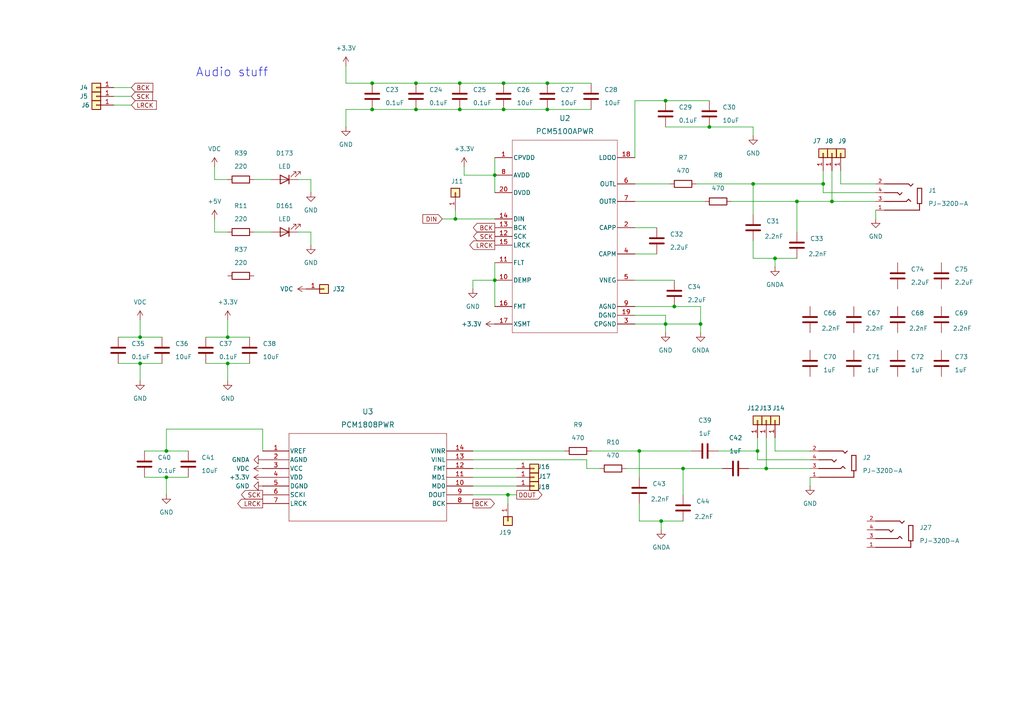
<source format=kicad_sch>
(kicad_sch (version 20231120) (generator "eeschema") (generator_version "8.0")
  (paper "A4")
  (lib_symbols
    (symbol "Connector_Generic:Conn_01x01" (pin_names (offset 1.016) hide)
      (property "Reference" "J" (at 0 2.54 0))
      (property "Value" "Conn_01x01" (at 0 -2.54 0))
      (symbol "Conn_01x01_1_1"
        (rectangle (start -1.27 0.127) (end 0 -0.127) (stroke (width 0.1524)))
        (rectangle (start -1.27 1.27) (end 1.27 -1.27) (stroke (width 0.254)) (fill (type background)))
        (pin passive line (at -5.08 0 0) (length 3.81) (name "Pin_1") (number "1"))
      )
    )
    (symbol "Device:C" (pin_numbers hide) (pin_names (offset 0.254))
      (property "Reference" "C" (at 0.635 2.54 0))
      (property "Value" "C" (at 0.635 -2.54 0))
      (symbol "C_0_1"
        (polyline (pts (xy -2.032 -0.762) (xy 2.032 -0.762)) (stroke (width 0.508)))
        (polyline (pts (xy -2.032 0.762) (xy 2.032 0.762)) (stroke (width 0.508)))
      )
      (symbol "C_1_1"
        (pin passive line (at 0 3.81 270) (length 2.794) (name "~") (number "1"))
        (pin passive line (at 0 -3.81 90) (length 2.794) (name "~") (number "2"))
      )
    )
    (symbol "Device:LED" (pin_numbers hide) (pin_names (offset 1.016) hide)
      (property "Reference" "D" (at 0 2.54 0))
      (property "Value" "LED" (at 0 -2.54 0))
      (symbol "LED_0_1"
        (polyline (pts (xy -1.27 -1.27) (xy -1.27 1.27)) (stroke (width 0.254)))
        (polyline (pts (xy -1.27 0) (xy 1.27 0)))
        (polyline (pts (xy 1.27 -1.27) (xy 1.27 1.27) (xy -1.27 0) (xy 1.27 -1.27)) (stroke (width 0.254)))
        (polyline (pts (xy -3.048 -0.762) (xy -4.572 -2.286) (xy -3.81 -2.286) (xy -4.572 -2.286) (xy -4.572 -1.524)))
        (polyline (pts (xy -1.778 -0.762) (xy -3.302 -2.286) (xy -2.54 -2.286) (xy -3.302 -2.286) (xy -3.302 -1.524)))
      )
      (symbol "LED_1_1"
        (pin passive line (at -3.81 0 0) (length 2.54) (name "K") (number "1"))
        (pin passive line (at 3.81 0 180) (length 2.54) (name "A") (number "2"))
      )
    )
    (symbol "Device:R" (pin_numbers hide) (pin_names (offset 0))
      (property "Reference" "R" (at 2.032 0 90))
      (property "Value" "R" (at 0 0 90))
      (symbol "R_0_1"
        (rectangle (start -1.016 -2.54) (end 1.016 2.54) (stroke (width 0.254)))
      )
      (symbol "R_1_1"
        (pin passive line (at 0 3.81 270) (length 1.27) (name "~") (number "1"))
        (pin passive line (at 0 -3.81 90) (length 1.27) (name "~") (number "2"))
      )
    )
    (symbol "PCM1808PWR:PCM1808PWR" (pin_names (offset 0.254))
      (property "Reference" "U" (at 30.48 10.16 0))
      (property "Value" "PCM1808PWR" (at 30.48 7.62 0))
      (symbol "PCM1808PWR_0_1"
        (polyline (pts (xy 7.62 -20.32) (xy 53.34 -20.32)) (stroke (width 0.127)))
        (polyline (pts (xy 7.62 5.08) (xy 7.62 -20.32)) (stroke (width 0.127)))
        (polyline (pts (xy 53.34 -20.32) (xy 53.34 5.08)) (stroke (width 0.127)))
        (polyline (pts (xy 53.34 5.08) (xy 7.62 5.08)) (stroke (width 0.127)))
        (pin power_in line (at 0 0 0) (length 7.62) (name "VREF") (number "1"))
        (pin input line (at 60.96 -10.16 180) (length 7.62) (name "MD0") (number "10"))
        (pin input line (at 60.96 -7.62 180) (length 7.62) (name "MD1") (number "11"))
        (pin input line (at 60.96 -5.08 180) (length 7.62) (name "FMT") (number "12"))
        (pin input line (at 60.96 -2.54 180) (length 7.62) (name "VINL") (number "13"))
        (pin input line (at 60.96 0 180) (length 7.62) (name "VINR") (number "14"))
        (pin power_in line (at 0 -2.54 0) (length 7.62) (name "AGND") (number "2"))
        (pin power_in line (at 0 -5.08 0) (length 7.62) (name "VCC") (number "3"))
        (pin power_in line (at 0 -7.62 0) (length 7.62) (name "VDD") (number "4"))
        (pin power_in line (at 0 -10.16 0) (length 7.62) (name "DGND") (number "5"))
        (pin input line (at 0 -12.7 0) (length 7.62) (name "SCKI") (number "6"))
        (pin bidirectional line (at 0 -15.24 0) (length 7.62) (name "LRCK") (number "7"))
        (pin bidirectional line (at 60.96 -15.24 180) (length 7.62) (name "BCK") (number "8"))
        (pin output line (at 60.96 -12.7 180) (length 7.62) (name "DOUT") (number "9"))
      )
    )
    (symbol "PCM5100APWR:PCM5100APWR" (pin_names (offset 0.254))
      (property "Reference" "U" (at 0 2.54 0))
      (property "Value" "PCM5100APWR" (at 0 0 0))
      (symbol "PCM5100APWR_0_1"
        (polyline (pts (xy -15.24 -27.94) (xy 15.24 -27.94)) (stroke (width 0.1016)))
        (polyline (pts (xy -15.24 27.94) (xy -15.24 -27.94)) (stroke (width 0.1016)))
        (polyline (pts (xy 15.24 -27.94) (xy 15.24 27.94)) (stroke (width 0.1016)))
        (polyline (pts (xy 15.24 27.94) (xy -15.24 27.94)) (stroke (width 0.1016)))
        (pin power_in line (at -20.32 22.86 0) (length 5.08) (name "CPVDD") (number "1"))
        (pin input line (at -20.32 -12.7 0) (length 5.08) (name "DEMP") (number "10"))
        (pin input line (at -20.32 -7.62 0) (length 5.08) (name "FLT") (number "11"))
        (pin input line (at -20.32 0 0) (length 5.08) (name "SCK") (number "12"))
        (pin input line (at -20.32 2.54 0) (length 5.08) (name "BCK") (number "13"))
        (pin input line (at -20.32 5.08 0) (length 5.08) (name "DIN") (number "14"))
        (pin input line (at -20.32 -2.54 0) (length 5.08) (name "LRCK") (number "15"))
        (pin input line (at -20.32 -20.32 0) (length 5.08) (name "FMT") (number "16"))
        (pin input line (at -20.32 -25.4 0) (length 5.08) (name "XSMT") (number "17"))
        (pin power_in line (at 20.32 22.86 180) (length 5.08) (name "LDOO") (number "18"))
        (pin power_in line (at 20.32 -22.86 180) (length 5.08) (name "DGND") (number "19"))
        (pin output line (at 20.32 2.54 180) (length 5.08) (name "CAPP") (number "2"))
        (pin power_in line (at -20.32 12.7 0) (length 5.08) (name "DVDD") (number "20"))
        (pin power_in line (at 20.32 -25.4 180) (length 5.08) (name "CPGND") (number "3"))
        (pin output line (at 20.32 -5.08 180) (length 5.08) (name "CAPM") (number "4"))
        (pin power_in line (at 20.32 -12.7 180) (length 5.08) (name "VNEG") (number "5"))
        (pin output line (at 20.32 15.24 180) (length 5.08) (name "OUTL") (number "6"))
        (pin output line (at 20.32 10.16 180) (length 5.08) (name "OUTR") (number "7"))
        (pin power_in line (at -20.32 17.78 0) (length 5.08) (name "AVDD") (number "8"))
        (pin power_in line (at 20.32 -20.32 180) (length 5.08) (name "AGND") (number "9"))
      )
    )
    (symbol "PJ-320D-A:PJ-320D-A" (pin_names (offset 1.016))
      (property "Reference" "J" (at -5.08 2.54 0))
      (property "Value" "PJ-320D-A" (at -5.08 -10.16 0))
      (symbol "PJ-320D-A_0_0"
        (polyline (pts (xy -5.715 -6.35) (xy -5.715 -1.905)) (stroke (width 0.254)))
        (polyline (pts (xy -5.715 -1.905) (xy -5.08 -1.905)) (stroke (width 0.254)))
        (polyline (pts (xy -5.08 -1.905) (xy -4.445 -1.905)) (stroke (width 0.254)))
        (polyline (pts (xy -5.08 0) (xy -5.08 -1.905)) (stroke (width 0.254)))
        (polyline (pts (xy -4.445 -6.35) (xy -5.715 -6.35)) (stroke (width 0.254)))
        (polyline (pts (xy -4.445 -1.905) (xy -4.445 -6.35)) (stroke (width 0.254)))
        (polyline (pts (xy -2.54 -6.985) (xy -3.175 -7.62)) (stroke (width 0.254)))
        (polyline (pts (xy -1.905 -7.62) (xy -2.54 -6.985)) (stroke (width 0.254)))
        (polyline (pts (xy -1.905 -3.175) (xy -2.54 -2.54)) (stroke (width 0.254)))
        (polyline (pts (xy -1.27 -2.54) (xy -1.905 -3.175)) (stroke (width 0.254)))
        (polyline (pts (xy 0.635 -4.445) (xy 0 -5.08)) (stroke (width 0.254)))
        (polyline (pts (xy 1.27 -5.08) (xy 0.635 -4.445)) (stroke (width 0.254)))
        (polyline (pts (xy 5.08 -7.62) (xy -1.905 -7.62)) (stroke (width 0.254)))
        (polyline (pts (xy 5.08 -5.08) (xy 1.27 -5.08)) (stroke (width 0.254)))
        (polyline (pts (xy 5.08 -2.54) (xy -1.27 -2.54)) (stroke (width 0.254)))
        (polyline (pts (xy 5.08 0) (xy -5.08 0)) (stroke (width 0.254)))
        (pin passive line (at 7.62 0 180) (length 2.54) (name "~") (number "1"))
        (pin passive line (at 7.62 -2.54 180) (length 2.54) (name "~") (number "3"))
      )
      (symbol "PJ-320D-A_1_0"
        (pin passive line (at 7.62 -7.62 180) (length 2.54) (name "~") (number "2"))
        (pin passive line (at 7.62 -5.08 180) (length 2.54) (name "~") (number "4"))
      )
    )
    (symbol "power:+3.3V" (power) (pin_numbers hide) (pin_names (offset 0) hide)
      (property "Value" "+3.3V" (at 0 3.556 0))
      (symbol "+3.3V_0_1"
        (polyline (pts (xy -0.762 1.27) (xy 0 2.54)))
        (polyline (pts (xy 0 0) (xy 0 2.54)))
        (polyline (pts (xy 0 2.54) (xy 0.762 1.27)))
      )
      (symbol "+3.3V_1_1"
        (pin power_in line (at 0 0 90) (length 0) (name "~") (number "1"))
      )
    )
    (symbol "power:+5V" (power) (pin_numbers hide) (pin_names (offset 0) hide)
      (property "Value" "+5V" (at 0 3.556 0))
      (symbol "+5V_0_1"
        (polyline (pts (xy -0.762 1.27) (xy 0 2.54)))
        (polyline (pts (xy 0 0) (xy 0 2.54)))
        (polyline (pts (xy 0 2.54) (xy 0.762 1.27)))
      )
      (symbol "+5V_1_1"
        (pin power_in line (at 0 0 90) (length 0) (name "~") (number "1"))
      )
    )
    (symbol "power:GND" (power) (pin_numbers hide) (pin_names (offset 0) hide)
      (property "Value" "GND" (at 0 -3.81 0))
      (symbol "GND_0_1"
        (polyline (pts (xy 0 0) (xy 0 -1.27) (xy 1.27 -1.27) (xy 0 -2.54) (xy -1.27 -1.27) (xy 0 -1.27)))
      )
      (symbol "GND_1_1"
        (pin power_in line (at 0 0 270) (length 0) (name "~") (number "1"))
      )
    )
    (symbol "power:GNDA" (power) (pin_numbers hide) (pin_names (offset 0) hide)
      (property "Value" "GNDA" (at 0 -3.81 0))
      (symbol "GNDA_0_1"
        (polyline (pts (xy 0 0) (xy 0 -1.27) (xy 1.27 -1.27) (xy 0 -2.54) (xy -1.27 -1.27) (xy 0 -1.27)))
      )
      (symbol "GNDA_1_1"
        (pin power_in line (at 0 0 270) (length 0) (name "~") (number "1"))
      )
    )
    (symbol "power:VDC" (power) (pin_numbers hide) (pin_names (offset 0) hide)
      (property "Value" "VDC" (at 0 3.556 0))
      (symbol "VDC_0_1"
        (polyline (pts (xy -0.762 1.27) (xy 0 2.54)))
        (polyline (pts (xy 0 0) (xy 0 2.54)))
        (polyline (pts (xy 0 2.54) (xy 0.762 1.27)))
      )
      (symbol "VDC_1_1"
        (pin power_in line (at 0 0 90) (length 0) (name "~") (number "1"))
      )
    )
  )
  (junction (at 158.75 31.75))
  (junction (at 193.04 29.21))
  (junction (at 107.95 24.13))
  (junction (at 132.08 63.5))
  (junction (at 231.14 58.42))
  (junction (at 146.05 24.13))
  (junction (at 241.3 58.42))
  (junction (at 120.65 24.13))
  (junction (at 205.74 36.83))
  (junction (at 222.25 135.89))
  (junction (at 193.04 93.98))
  (junction (at 40.64 97.79))
  (junction (at 133.35 31.75))
  (junction (at 66.04 97.79))
  (junction (at 191.77 151.13))
  (junction (at 198.12 135.89))
  (junction (at 48.26 138.43))
  (junction (at 143.51 81.28))
  (junction (at 146.05 31.75))
  (junction (at 147.32 143.51))
  (junction (at 158.75 24.13))
  (junction (at 219.71 130.81))
  (junction (at 48.26 130.81))
  (junction (at 224.79 74.93))
  (junction (at 185.42 130.81))
  (junction (at 107.95 31.75))
  (junction (at 133.35 24.13))
  (junction (at 120.65 31.75))
  (junction (at 66.04 105.41))
  (junction (at 203.2 93.98))
  (junction (at 195.58 88.9))
  (junction (at 143.51 50.8))
  (junction (at 238.76 53.34))
  (junction (at 218.44 53.34))
  (junction (at 40.64 105.41))
  (wire (pts (xy 128.27 63.5) (xy 132.08 63.5)))
  (wire (pts (xy 34.29 97.79) (xy 40.64 97.79)))
  (wire (pts (xy 133.35 24.13) (xy 146.05 24.13)))
  (wire (pts (xy 218.44 62.23) (xy 218.44 53.34)))
  (wire (pts (xy 66.04 92.71) (xy 66.04 97.79)))
  (wire (pts (xy 170.18 133.35) (xy 170.18 135.89)))
  (wire (pts (xy 66.04 97.79) (xy 72.39 97.79)))
  (wire (pts (xy 241.3 49.53) (xy 241.3 58.42)))
  (wire (pts (xy 48.26 130.81) (xy 54.61 130.81)))
  (wire (pts (xy 218.44 69.85) (xy 218.44 74.93)))
  (wire (pts (xy 137.16 140.97) (xy 149.86 140.97)))
  (wire (pts (xy 34.29 105.41) (xy 40.64 105.41)))
  (wire (pts (xy 218.44 53.34) (xy 238.76 53.34)))
  (wire (pts (xy 107.95 24.13) (xy 120.65 24.13)))
  (wire (pts (xy 217.17 135.89) (xy 222.25 135.89)))
  (wire (pts (xy 191.77 151.13) (xy 191.77 153.67)))
  (wire (pts (xy 133.35 31.75) (xy 146.05 31.75)))
  (wire (pts (xy 146.05 24.13) (xy 158.75 24.13)))
  (wire (pts (xy 137.16 133.35) (xy 170.18 133.35)))
  (wire (pts (xy 184.15 81.28) (xy 195.58 81.28)))
  (wire (pts (xy 137.16 138.43) (xy 149.86 138.43)))
  (wire (pts (xy 134.62 48.26) (xy 134.62 50.8)))
  (wire (pts (xy 137.16 130.81) (xy 163.83 130.81)))
  (wire (pts (xy 185.42 151.13) (xy 191.77 151.13)))
  (wire (pts (xy 66.04 105.41) (xy 66.04 110.49)))
  (wire (pts (xy 33.02 27.94) (xy 38.1 27.94)))
  (wire (pts (xy 146.05 31.75) (xy 158.75 31.75)))
  (wire (pts (xy 120.65 24.13) (xy 133.35 24.13)))
  (wire (pts (xy 181.61 135.89) (xy 198.12 135.89)))
  (wire (pts (xy 212.09 58.42) (xy 231.14 58.42)))
  (wire (pts (xy 184.15 73.66) (xy 190.5 73.66)))
  (wire (pts (xy 73.66 67.31) (xy 78.74 67.31)))
  (wire (pts (xy 40.64 92.71) (xy 40.64 97.79)))
  (wire (pts (xy 193.04 91.44) (xy 193.04 93.98)))
  (wire (pts (xy 243.84 53.34) (xy 243.84 49.53)))
  (wire (pts (xy 222.25 135.89) (xy 234.95 135.89)))
  (wire (pts (xy 184.15 66.04) (xy 190.5 66.04)))
  (wire (pts (xy 234.95 130.81) (xy 224.79 130.81)))
  (wire (pts (xy 224.79 130.81) (xy 224.79 127)))
  (wire (pts (xy 224.79 74.93) (xy 231.14 74.93)))
  (wire (pts (xy 100.33 31.75) (xy 107.95 31.75)))
  (wire (pts (xy 137.16 81.28) (xy 137.16 83.82)))
  (wire (pts (xy 224.79 74.93) (xy 224.79 77.47)))
  (wire (pts (xy 147.32 143.51) (xy 137.16 143.51)))
  (wire (pts (xy 184.15 29.21) (xy 193.04 29.21)))
  (wire (pts (xy 59.69 105.41) (xy 66.04 105.41)))
  (wire (pts (xy 40.64 97.79) (xy 46.99 97.79)))
  (wire (pts (xy 193.04 93.98) (xy 203.2 93.98)))
  (wire (pts (xy 184.15 45.72) (xy 184.15 29.21)))
  (wire (pts (xy 48.26 124.46) (xy 48.26 130.81)))
  (wire (pts (xy 149.86 143.51) (xy 147.32 143.51)))
  (wire (pts (xy 40.64 105.41) (xy 40.64 110.49)))
  (wire (pts (xy 48.26 138.43) (xy 54.61 138.43)))
  (wire (pts (xy 222.25 127) (xy 222.25 135.89)))
  (wire (pts (xy 184.15 58.42) (xy 204.47 58.42)))
  (wire (pts (xy 143.51 45.72) (xy 143.51 50.8)))
  (wire (pts (xy 100.33 24.13) (xy 107.95 24.13)))
  (wire (pts (xy 143.51 88.9) (xy 143.51 81.28)))
  (wire (pts (xy 231.14 58.42) (xy 241.3 58.42)))
  (wire (pts (xy 184.15 88.9) (xy 195.58 88.9)))
  (wire (pts (xy 254 53.34) (xy 243.84 53.34)))
  (wire (pts (xy 107.95 31.75) (xy 120.65 31.75)))
  (wire (pts (xy 86.36 52.07) (xy 90.17 52.07)))
  (wire (pts (xy 66.04 105.41) (xy 72.39 105.41)))
  (wire (pts (xy 90.17 67.31) (xy 90.17 71.12)))
  (wire (pts (xy 171.45 130.81) (xy 185.42 130.81)))
  (wire (pts (xy 191.77 151.13) (xy 198.12 151.13)))
  (wire (pts (xy 62.23 67.31) (xy 66.04 67.31)))
  (wire (pts (xy 193.04 93.98) (xy 193.04 96.52)))
  (wire (pts (xy 234.95 140.97) (xy 234.95 138.43)))
  (wire (pts (xy 201.93 53.34) (xy 218.44 53.34)))
  (wire (pts (xy 132.08 63.5) (xy 143.51 63.5)))
  (wire (pts (xy 137.16 81.28) (xy 143.51 81.28)))
  (wire (pts (xy 158.75 31.75) (xy 171.45 31.75)))
  (wire (pts (xy 219.71 133.35) (xy 219.71 130.81)))
  (wire (pts (xy 62.23 48.26) (xy 62.23 52.07)))
  (wire (pts (xy 137.16 135.89) (xy 149.86 135.89)))
  (wire (pts (xy 143.51 50.8) (xy 143.51 55.88)))
  (wire (pts (xy 218.44 36.83) (xy 218.44 39.37)))
  (wire (pts (xy 198.12 135.89) (xy 209.55 135.89)))
  (wire (pts (xy 238.76 49.53) (xy 238.76 53.34)))
  (wire (pts (xy 195.58 88.9) (xy 203.2 88.9)))
  (wire (pts (xy 238.76 53.34) (xy 238.76 55.88)))
  (wire (pts (xy 185.42 146.05) (xy 185.42 151.13)))
  (wire (pts (xy 100.33 31.75) (xy 100.33 36.83)))
  (wire (pts (xy 185.42 138.43) (xy 185.42 130.81)))
  (wire (pts (xy 231.14 67.31) (xy 231.14 58.42)))
  (wire (pts (xy 33.02 25.4) (xy 38.1 25.4)))
  (wire (pts (xy 185.42 130.81) (xy 200.66 130.81)))
  (wire (pts (xy 158.75 24.13) (xy 171.45 24.13)))
  (wire (pts (xy 193.04 29.21) (xy 205.74 29.21)))
  (wire (pts (xy 219.71 127) (xy 219.71 130.81)))
  (wire (pts (xy 208.28 130.81) (xy 219.71 130.81)))
  (wire (pts (xy 86.36 67.31) (xy 90.17 67.31)))
  (wire (pts (xy 62.23 63.5) (xy 62.23 67.31)))
  (wire (pts (xy 238.76 55.88) (xy 254 55.88)))
  (wire (pts (xy 147.32 143.51) (xy 147.32 146.05)))
  (wire (pts (xy 193.04 36.83) (xy 205.74 36.83)))
  (wire (pts (xy 198.12 143.51) (xy 198.12 135.89)))
  (wire (pts (xy 90.17 52.07) (xy 90.17 55.88)))
  (wire (pts (xy 33.02 30.48) (xy 38.1 30.48)))
  (wire (pts (xy 170.18 135.89) (xy 173.99 135.89)))
  (wire (pts (xy 48.26 124.46) (xy 76.2 124.46)))
  (wire (pts (xy 143.51 81.28) (xy 143.51 76.2)))
  (wire (pts (xy 120.65 31.75) (xy 133.35 31.75)))
  (wire (pts (xy 241.3 58.42) (xy 254 58.42)))
  (wire (pts (xy 73.66 52.07) (xy 78.74 52.07)))
  (wire (pts (xy 100.33 19.05) (xy 100.33 24.13)))
  (wire (pts (xy 48.26 138.43) (xy 48.26 143.51)))
  (wire (pts (xy 41.91 130.81) (xy 48.26 130.81)))
  (wire (pts (xy 134.62 50.8) (xy 143.51 50.8)))
  (wire (pts (xy 184.15 93.98) (xy 193.04 93.98)))
  (wire (pts (xy 203.2 88.9) (xy 203.2 93.98)))
  (wire (pts (xy 205.74 36.83) (xy 218.44 36.83)))
  (wire (pts (xy 254 63.5) (xy 254 60.96)))
  (wire (pts (xy 62.23 52.07) (xy 66.04 52.07)))
  (wire (pts (xy 203.2 93.98) (xy 203.2 96.52)))
  (wire (pts (xy 184.15 53.34) (xy 194.31 53.34)))
  (wire (pts (xy 59.69 97.79) (xy 66.04 97.79)))
  (wire (pts (xy 234.95 133.35) (xy 219.71 133.35)))
  (wire (pts (xy 41.91 138.43) (xy 48.26 138.43)))
  (wire (pts (xy 132.08 60.96) (xy 132.08 63.5)))
  (wire (pts (xy 224.79 74.93) (xy 218.44 74.93)))
  (wire (pts (xy 76.2 124.46) (xy 76.2 130.81)))
  (wire (pts (xy 193.04 91.44) (xy 184.15 91.44)))
  (wire (pts (xy 40.64 105.41) (xy 46.99 105.41)))
  (text "Audio stuff" (at 67.31 21.082 0) (effects (font (size 2.54 2.54))))
  (global_label "DIN" (shape input) (at 128.27 63.5 180) (property "Intersheetrefs" "${INTERSHEET_REFS}" (effects (hide yes))))
  (global_label "SCK" (shape output) (at 76.2 143.51 180) (property "Intersheetrefs" "${INTERSHEET_REFS}" (effects (hide yes))))
  (global_label "BCK" (shape input) (at 38.1 25.4 0) (property "Intersheetrefs" "${INTERSHEET_REFS}" (effects (hide yes))))
  (global_label "DOUT" (shape output) (at 149.86 143.51 0) (property "Intersheetrefs" "${INTERSHEET_REFS}" (effects (hide yes))))
  (global_label "LRCK" (shape output) (at 76.2 146.05 180) (property "Intersheetrefs" "${INTERSHEET_REFS}" (effects (hide yes))))
  (global_label "LRCK" (shape input) (at 38.1 30.48 0) (property "Intersheetrefs" "${INTERSHEET_REFS}" (effects (hide yes))))
  (global_label "SCK" (shape input) (at 38.1 27.94 0) (property "Intersheetrefs" "${INTERSHEET_REFS}" (effects (hide yes))))
  (global_label "LRCK" (shape output) (at 143.51 71.12 180) (property "Intersheetrefs" "${INTERSHEET_REFS}" (effects (hide yes))))
  (global_label "BCK" (shape output) (at 137.16 146.05 0) (property "Intersheetrefs" "${INTERSHEET_REFS}" (effects (hide yes))))
  (global_label "BCK" (shape output) (at 143.51 66.04 180) (property "Intersheetrefs" "${INTERSHEET_REFS}" (effects (hide yes))))
  (global_label "SCK" (shape output) (at 143.51 68.58 180) (property "Intersheetrefs" "${INTERSHEET_REFS}" (effects (hide yes))))
  (symbol (lib_id "power:+3.3V") (at 143.51 93.98 90) (unit 1)
    (property "Reference" "#PWR349" (effects (hide yes)))
    (property "Value" "+3.3V" (at 139.7 93.98 90) (effects (justify left)))
    (property "Description" "Power symbol creates a global label with name \"+3.3V\"" (effects (hide yes)))
  )
  (symbol (lib_id "Device:C") (at 234.95 92.71 0) (unit 1)
    (property "Reference" "C66" (at 238.76 90.805 0) (effects (justify left)))
    (property "Value" "2.2nF" (at 238.252 95.25 0) (effects (justify left)))
    (property "Footprint" "Capacitor_SMD:C_0603_1608Metric_Pad1.08x0.95mm_HandSolder" (effects (hide yes)))
    (property "Description" "Unpolarized capacitor" (effects (hide yes)))
    (property "LCSC Part #" "C1604" (effects (hide yes)))
  )
  (symbol (lib_id "power:GND") (at 234.95 140.97 0) (unit 1)
    (property "Reference" "#PWR358" (effects (hide yes)))
    (property "Value" "GND" (at 234.95 146.05 0))
    (property "Description" "Power symbol creates a global label with name \"GND\" , ground" (effects (hide yes)))
  )
  (symbol (lib_id "Device:R") (at 69.85 52.07 90) (unit 1)
    (property "Reference" "R39" (at 69.85 44.45 90))
    (property "Value" "220" (at 69.85 48.26 90))
    (property "Footprint" "Resistor_SMD:R_0402_1005Metric_Pad0.72x0.64mm_HandSolder" (effects (hide yes)))
    (property "Description" "Resistor" (effects (hide yes)))
    (property "LCSC Part #" "C25091" (effects (hide yes)))
  )
  (symbol (lib_id "Device:C") (at 34.29 101.6 0) (unit 1)
    (property "Reference" "C35" (at 38.1 99.695 0) (effects (justify left)))
    (property "Value" "0.1uF" (at 38.1 103.505 0) (effects (justify left)))
    (property "Footprint" "Capacitor_SMD:C_0402_1005Metric_Pad0.74x0.62mm_HandSolder" (effects (hide yes)))
    (property "Description" "Unpolarized capacitor" (effects (hide yes)))
    (property "LCSC Part #" "C1525" (effects (hide yes)))
  )
  (symbol (lib_id "Connector_Generic:Conn_01x01") (at 154.94 140.97 0) (unit 1)
    (property "Reference" "J18" (at 159.512 141.224 0) (effects (justify right)))
    (property "Value" "Conn_01x01" (effects (hide yes)))
    (property "Footprint" "TestPoint:TestPoint_Pad_D2.5mm" (effects (hide yes)))
    (property "Description" "Generic connector, single row, 01x01, script generated (kicad-library-utils/schlib/autogen/connector/)" (effects (hide yes)))
  )
  (symbol (lib_id "Connector_Generic:Conn_01x01") (at 243.84 44.45 90) (unit 1)
    (property "Reference" "J9" (at 243.078 40.894 90) (effects (justify right)))
    (property "Value" "Conn_01x01" (effects (hide yes)))
    (property "Footprint" "TestPoint:TestPoint_Pad_D2.5mm" (effects (hide yes)))
    (property "Description" "Generic connector, single row, 01x01, script generated (kicad-library-utils/schlib/autogen/connector/)" (effects (hide yes)))
  )
  (symbol (lib_id "power:GND") (at 90.17 71.12 0) (unit 1)
    (property "Reference" "#PWR337" (effects (hide yes)))
    (property "Value" "GND" (at 90.17 76.2 0))
    (property "Description" "Power symbol creates a global label with name \"GND\" , ground" (effects (hide yes)))
  )
  (symbol (lib_id "Connector_Generic:Conn_01x01") (at 147.32 151.13 270) (unit 1)
    (property "Reference" "J19" (at 148.336 154.432 90) (effects (justify right)))
    (property "Value" "Conn_01x01" (effects (hide yes)))
    (property "Footprint" "TestPoint:TestPoint_Pad_D2.5mm" (effects (hide yes)))
    (property "Description" "Generic connector, single row, 01x01, script generated (kicad-library-utils/schlib/autogen/connector/)" (effects (hide yes)))
  )
  (symbol (lib_id "Device:C") (at 41.91 134.62 0) (unit 1)
    (property "Reference" "C40" (at 45.72 132.715 0) (effects (justify left)))
    (property "Value" "0.1uF" (at 45.72 136.525 0) (effects (justify left)))
    (property "Footprint" "Capacitor_SMD:C_0402_1005Metric_Pad0.74x0.62mm_HandSolder" (effects (hide yes)))
    (property "Description" "Unpolarized capacitor" (effects (hide yes)))
    (property "LCSC Part #" "C1525" (effects (hide yes)))
  )
  (symbol (lib_id "power:+5V") (at 62.23 63.5 0) (unit 1)
    (property "Reference" "#PWR335" (effects (hide yes)))
    (property "Value" "+5V" (at 62.23 58.42 0))
    (property "Description" "Power symbol creates a global label with name \"+5V\"" (effects (hide yes)))
  )
  (symbol (lib_id "Device:C") (at 260.35 105.41 180) (unit 1)
    (property "Reference" "C72" (at 264.16 103.505 0) (effects (justify right)))
    (property "Value" "1uF" (at 264.16 107.315 0) (effects (justify right)))
    (property "Footprint" "Capacitor_SMD:C_0805_2012Metric_Pad1.18x1.45mm_HandSolder" (effects (hide yes)))
    (property "Description" "Unpolarized capacitor" (effects (hide yes)))
    (property "LCSC Part #" "C28323" (effects (hide yes)))
  )
  (symbol (lib_id "power:GND") (at 90.17 55.88 0) (unit 1)
    (property "Reference" "#PWR385" (effects (hide yes)))
    (property "Value" "GND" (at 90.17 60.96 0))
    (property "Description" "Power symbol creates a global label with name \"GND\" , ground" (effects (hide yes)))
  )
  (symbol (lib_id "power:GND") (at 48.26 143.51 0) (unit 1)
    (property "Reference" "#PWR359" (effects (hide yes)))
    (property "Value" "GND" (at 48.26 148.59 0))
    (property "Description" "Power symbol creates a global label with name \"GND\" , ground" (effects (hide yes)))
  )
  (symbol (lib_id "Device:C") (at 59.69 101.6 0) (unit 1)
    (property "Reference" "C37" (at 63.5 99.695 0) (effects (justify left)))
    (property "Value" "0.1uF" (at 63.5 103.505 0) (effects (justify left)))
    (property "Footprint" "Capacitor_SMD:C_0402_1005Metric_Pad0.74x0.62mm_HandSolder" (effects (hide yes)))
    (property "Description" "Unpolarized capacitor" (effects (hide yes)))
    (property "LCSC Part #" "C1525" (effects (hide yes)))
  )
  (symbol (lib_id "Connector_Generic:Conn_01x01") (at 93.98 83.82 0) (unit 1)
    (property "Reference" "J32" (at 100.076 83.82 0) (effects (justify right)))
    (property "Value" "Conn_01x01" (effects (hide yes)))
    (property "Footprint" "TestPoint:TestPoint_Pad_D2.5mm" (effects (hide yes)))
    (property "Description" "Generic connector, single row, 01x01, script generated (kicad-library-utils/schlib/autogen/connector/)" (effects (hide yes)))
  )
  (symbol (lib_id "power:GNDA") (at 224.79 77.47 0) (unit 1)
    (property "Reference" "#PWR338" (effects (hide yes)))
    (property "Value" "GNDA" (at 224.79 82.55 0))
    (property "Description" "Power symbol creates a global label with name \"GNDA\" , analog ground" (effects (hide yes)))
  )
  (symbol (lib_id "power:GND") (at 76.2 140.97 270) (unit 1)
    (property "Reference" "#PWR357" (effects (hide yes)))
    (property "Value" "GND" (at 72.39 140.97 90) (effects (justify right)))
    (property "Description" "Power symbol creates a global label with name \"GND\" , ground" (effects (hide yes)))
  )
  (symbol (lib_id "Connector_Generic:Conn_01x01") (at 222.25 121.92 90) (unit 1)
    (property "Reference" "J13" (at 220.218 118.364 90) (effects (justify right)))
    (property "Value" "Conn_01x01" (effects (hide yes)))
    (property "Footprint" "TestPoint:TestPoint_Pad_D2.5mm" (effects (hide yes)))
    (property "Description" "Generic connector, single row, 01x01, script generated (kicad-library-utils/schlib/autogen/connector/)" (effects (hide yes)))
  )
  (symbol (lib_id "power:GND") (at 218.44 39.37 0) (unit 1)
    (property "Reference" "#PWR333" (effects (hide yes)))
    (property "Value" "GND" (at 218.44 44.45 0))
    (property "Description" "Power symbol creates a global label with name \"GND\" , ground" (effects (hide yes)))
  )
  (symbol (lib_id "Device:C") (at 273.05 105.41 180) (unit 1)
    (property "Reference" "C73" (at 276.86 103.505 0) (effects (justify right)))
    (property "Value" "1uF" (at 276.86 107.315 0) (effects (justify right)))
    (property "Footprint" "Capacitor_SMD:C_0805_2012Metric_Pad1.18x1.45mm_HandSolder" (effects (hide yes)))
    (property "Description" "Unpolarized capacitor" (effects (hide yes)))
    (property "LCSC Part #" "C28323" (effects (hide yes)))
  )
  (symbol (lib_id "Device:R") (at 69.85 80.01 90) (unit 1)
    (property "Reference" "R37" (at 69.85 72.39 90))
    (property "Value" "220" (at 69.85 76.2 90))
    (property "Footprint" "Resistor_SMD:R_0402_1005Metric_Pad0.72x0.64mm_HandSolder" (effects (hide yes)))
    (property "Description" "Resistor" (effects (hide yes)))
    (property "LCSC Part #" "C25091" (effects (hide yes)))
  )
  (symbol (lib_id "Connector_Generic:Conn_01x01") (at 241.3 44.45 90) (unit 1)
    (property "Reference" "J8" (at 239.268 40.894 90) (effects (justify right)))
    (property "Value" "Conn_01x01" (effects (hide yes)))
    (property "Footprint" "TestPoint:TestPoint_Pad_D2.5mm" (effects (hide yes)))
    (property "Description" "Generic connector, single row, 01x01, script generated (kicad-library-utils/schlib/autogen/connector/)" (effects (hide yes)))
  )
  (symbol (lib_id "power:GND") (at 100.33 36.83 0) (unit 1)
    (property "Reference" "#PWR331" (effects (hide yes)))
    (property "Value" "GND" (at 100.33 41.91 0))
    (property "Description" "Power symbol creates a global label with name \"GND\" , ground" (effects (hide yes)))
  )
  (symbol (lib_id "Device:C") (at 260.35 92.71 0) (unit 1)
    (property "Reference" "C68" (at 264.16 90.805 0) (effects (justify left)))
    (property "Value" "2.2nF" (at 263.652 95.25 0) (effects (justify left)))
    (property "Footprint" "Capacitor_SMD:C_0603_1608Metric_Pad1.08x0.95mm_HandSolder" (effects (hide yes)))
    (property "Description" "Unpolarized capacitor" (effects (hide yes)))
    (property "LCSC Part #" "C1604" (effects (hide yes)))
  )
  (symbol (lib_id "Device:C") (at 146.05 27.94 0) (unit 1)
    (property "Reference" "C26" (at 149.86 26.035 0) (effects (justify left)))
    (property "Value" "10uF" (at 149.86 29.845 0) (effects (justify left)))
    (property "Footprint" "Capacitor_SMD:C_0603_1608Metric_Pad1.08x0.95mm_HandSolder" (effects (hide yes)))
    (property "Description" "Unpolarized capacitor" (effects (hide yes)))
    (property "LCSC Part #" "C19702" (effects (hide yes)))
  )
  (symbol (lib_id "power:+3.3V") (at 100.33 19.05 0) (unit 1)
    (property "Reference" "#PWR330" (effects (hide yes)))
    (property "Value" "+3.3V" (at 100.33 13.97 0))
    (property "Description" "Power symbol creates a global label with name \"+3.3V\"" (effects (hide yes)))
  )
  (symbol (lib_id "power:GNDA") (at 191.77 153.67 0) (unit 1)
    (property "Reference" "#PWR360" (effects (hide yes)))
    (property "Value" "GNDA" (at 191.77 158.75 0))
    (property "Description" "Power symbol creates a global label with name \"GNDA\" , analog ground" (effects (hide yes)))
  )
  (symbol (lib_id "power:VDC") (at 76.2 135.89 90) (unit 1)
    (property "Reference" "#PWR355" (effects (hide yes)))
    (property "Value" "VDC" (at 72.39 135.89 90) (effects (justify left)))
    (property "Description" "Power symbol creates a global label with name \"VDC\"" (effects (hide yes)))
  )
  (symbol (lib_id "PJ-320D-A:PJ-320D-A") (at 242.57 138.43 180) (unit 1)
    (property "Reference" "J2" (at 250.19 132.715 0) (effects (justify right)))
    (property "Value" "PJ-320D-A" (at 250.19 136.525 0) (effects (justify right)))
    (property "Footprint" "PJ-320D-A:HRO_PJ-320D-A" (effects (hide yes)))
    (property "MF" "HRO Electronics Co., Ltd." (effects (hide yes)))
    (property "MAXIMUM_PACKAGE_HEIGHT" "5 mm" (effects (hide yes)))
    (property "Package" "Package" (effects (hide yes)))
    (property "Price" "None" (effects (hide yes)))
    (property "Check_prices" "https://www.snapeda.com/parts/PJ-320D-A/HRO+Electronics+Co.%252C+Ltd./view-part/?ref=eda" (effects (hide yes)))
    (property "STANDARD" "Manufacturer Recommendations" (effects (hide yes)))
    (property "PARTREV" "B" (effects (hide yes)))
    (property "SnapEDA_Link" "https://www.snapeda.com/parts/PJ-320D-A/HRO+Electronics+Co.%252C+Ltd./view-part/?ref=snap" (effects (hide yes)))
    (property "MP" "PJ-320D-A" (effects (hide yes)))
    (property "Description_1" "\n                        \n                            Headphone jack 0.5A 30V DC 100 mΩ\n                        \n" (effects (hide yes)))
    (property "Availability" "Not in stock" (effects (hide yes)))
    (property "MANUFACTURER" "HRO Electronics Co, Ltd" (effects (hide yes)))
    (property "LCSC Part #" "C19189088" (effects (hide yes)))
  )
  (symbol (lib_id "Connector_Generic:Conn_01x01") (at 132.08 55.88 90) (unit 1)
    (property "Reference" "J11" (at 130.81 52.578 90) (effects (justify right)))
    (property "Value" "Conn_01x01" (effects (hide yes)))
    (property "Footprint" "TestPoint:TestPoint_Pad_D2.5mm" (effects (hide yes)))
    (property "Description" "Generic connector, single row, 01x01, script generated (kicad-library-utils/schlib/autogen/connector/)" (effects (hide yes)))
  )
  (symbol (lib_id "power:GND") (at 40.64 110.49 0) (unit 1)
    (property "Reference" "#PWR352" (effects (hide yes)))
    (property "Value" "GND" (at 40.64 115.57 0))
    (property "Description" "Power symbol creates a global label with name \"GND\" , ground" (effects (hide yes)))
  )
  (symbol (lib_id "Device:C") (at 72.39 101.6 0) (unit 1)
    (property "Reference" "C38" (at 76.2 99.695 0) (effects (justify left)))
    (property "Value" "10uF" (at 76.2 103.505 0) (effects (justify left)))
    (property "Footprint" "Capacitor_SMD:C_0603_1608Metric_Pad1.08x0.95mm_HandSolder" (effects (hide yes)))
    (property "Description" "Unpolarized capacitor" (effects (hide yes)))
    (property "LCSC Part #" "C19702" (effects (hide yes)))
  )
  (symbol (lib_id "Device:C") (at 260.35 80.01 0) (unit 1)
    (property "Reference" "C74" (at 264.16 78.105 0) (effects (justify left)))
    (property "Value" "2.2uF" (at 264.16 81.915 0) (effects (justify left)))
    (property "Footprint" "Capacitor_SMD:C_0603_1608Metric_Pad1.08x0.95mm_HandSolder" (effects (hide yes)))
    (property "Description" "Unpolarized capacitor" (effects (hide yes)))
    (property "LCSC Part #" "C23630" (effects (hide yes)))
  )
  (symbol (lib_id "Connector_Generic:Conn_01x01") (at 154.94 138.43 0) (unit 1)
    (property "Reference" "J17" (at 159.766 138.176 0) (effects (justify right)))
    (property "Value" "Conn_01x01" (effects (hide yes)))
    (property "Footprint" "TestPoint:TestPoint_Pad_D2.5mm" (effects (hide yes)))
    (property "Description" "Generic connector, single row, 01x01, script generated (kicad-library-utils/schlib/autogen/connector/)" (effects (hide yes)))
  )
  (symbol (lib_id "power:VDC") (at 62.23 48.26 0) (unit 1)
    (property "Reference" "#PWR386" (effects (hide yes)))
    (property "Value" "VDC" (at 62.23 43.18 0))
    (property "Description" "Power symbol creates a global label with name \"VDC\"" (effects (hide yes)))
  )
  (symbol (lib_id "Device:C") (at 247.65 92.71 0) (unit 1)
    (property "Reference" "C67" (at 251.46 90.805 0) (effects (justify left)))
    (property "Value" "2.2nF" (at 250.952 95.25 0) (effects (justify left)))
    (property "Footprint" "Capacitor_SMD:C_0603_1608Metric_Pad1.08x0.95mm_HandSolder" (effects (hide yes)))
    (property "Description" "Unpolarized capacitor" (effects (hide yes)))
    (property "LCSC Part #" "C1604" (effects (hide yes)))
  )
  (symbol (lib_id "Device:LED") (at 82.55 52.07 180) (unit 1)
    (property "Reference" "D173" (at 82.55 44.45 0))
    (property "Value" "LED" (at 82.55 48.26 0))
    (property "Footprint" "LED_SMD:LED_0805_2012Metric_Pad1.15x1.40mm_HandSolder" (effects (hide yes)))
    (property "Description" "Light emitting diode" (effects (hide yes)))
    (property "LCSC Part #" "C2297" (effects (hide yes)))
  )
  (symbol (lib_id "power:VDC") (at 40.64 92.71 0) (unit 1)
    (property "Reference" "#PWR340" (effects (hide yes)))
    (property "Value" "VDC" (at 40.64 87.63 0))
    (property "Description" "Power symbol creates a global label with name \"VDC\"" (effects (hide yes)))
  )
  (symbol (lib_id "power:+3.3V") (at 134.62 48.26 0) (unit 1)
    (property "Reference" "#PWR334" (effects (hide yes)))
    (property "Value" "+3.3V" (at 134.62 43.18 0))
    (property "Description" "Power symbol creates a global label with name \"+3.3V\"" (effects (hide yes)))
  )
  (symbol (lib_id "PCM5100APWR:PCM5100APWR") (at 163.83 68.58 0) (unit 1)
    (property "Reference" "U2" (at 163.83 34.29 0) (effects (font (size 1.524 1.524))))
    (property "Value" "PCM5100APWR" (at 163.83 38.1 0) (effects (font (size 1.524 1.524))))
    (property "Footprint" "PCM5100APWR:PW0020A" (effects (hide yes)))
    (property "Datasheet" "PCM5100APWR" (effects (hide yes)))
    (property "LCSC Part #" "C131154" (effects (hide yes)))
  )
  (symbol (lib_id "Device:C") (at 158.75 27.94 0) (unit 1)
    (property "Reference" "C27" (at 162.56 26.035 0) (effects (justify left)))
    (property "Value" "10uF" (at 162.56 29.845 0) (effects (justify left)))
    (property "Footprint" "Capacitor_SMD:C_0603_1608Metric_Pad1.08x0.95mm_HandSolder" (effects (hide yes)))
    (property "Description" "Unpolarized capacitor" (effects (hide yes)))
    (property "LCSC Part #" "C19702" (effects (hide yes)))
  )
  (symbol (lib_id "Connector_Generic:Conn_01x01") (at 224.79 121.92 90) (unit 1)
    (property "Reference" "J14" (at 224.028 118.364 90) (effects (justify right)))
    (property "Value" "Conn_01x01" (effects (hide yes)))
    (property "Footprint" "TestPoint:TestPoint_Pad_D2.5mm" (effects (hide yes)))
    (property "Description" "Generic connector, single row, 01x01, script generated (kicad-library-utils/schlib/autogen/connector/)" (effects (hide yes)))
  )
  (symbol (lib_id "Device:C") (at 193.04 33.02 0) (unit 1)
    (property "Reference" "C29" (at 196.85 31.115 0) (effects (justify left)))
    (property "Value" "0.1uF" (at 196.85 34.925 0) (effects (justify left)))
    (property "Footprint" "Capacitor_SMD:C_0402_1005Metric_Pad0.74x0.62mm_HandSolder" (effects (hide yes)))
    (property "Description" "Unpolarized capacitor" (effects (hide yes)))
    (property "LCSC Part #" "C1525" (effects (hide yes)))
  )
  (symbol (lib_id "power:GNDA") (at 76.2 133.35 270) (unit 1)
    (property "Reference" "#PWR354" (effects (hide yes)))
    (property "Value" "GNDA" (at 72.39 133.35 90) (effects (justify right)))
    (property "Description" "Power symbol creates a global label with name \"GNDA\" , analog ground" (effects (hide yes)))
  )
  (symbol (lib_id "Connector_Generic:Conn_01x01") (at 238.76 44.45 90) (unit 1)
    (property "Reference" "J7" (at 235.712 40.894 90) (effects (justify right)))
    (property "Value" "Conn_01x01" (effects (hide yes)))
    (property "Footprint" "TestPoint:TestPoint_Pad_D2.5mm" (effects (hide yes)))
    (property "Description" "Generic connector, single row, 01x01, script generated (kicad-library-utils/schlib/autogen/connector/)" (effects (hide yes)))
  )
  (symbol (lib_id "Device:C") (at 171.45 27.94 0) (unit 1)
    (property "Reference" "C28" (at 175.26 26.035 0) (effects (justify left)))
    (property "Value" "10uF" (at 175.26 29.845 0) (effects (justify left)))
    (property "Footprint" "Capacitor_SMD:C_0603_1608Metric_Pad1.08x0.95mm_HandSolder" (effects (hide yes)))
    (property "Description" "Unpolarized capacitor" (effects (hide yes)))
    (property "LCSC Part #" "C19702" (effects (hide yes)))
  )
  (symbol (lib_id "Device:R") (at 69.85 67.31 90) (unit 1)
    (property "Reference" "R11" (at 69.85 59.69 90))
    (property "Value" "220" (at 69.85 63.5 90))
    (property "Footprint" "Resistor_SMD:R_0402_1005Metric_Pad0.72x0.64mm_HandSolder" (effects (hide yes)))
    (property "Description" "Resistor" (effects (hide yes)))
    (property "LCSC Part #" "C25091" (effects (hide yes)))
  )
  (symbol (lib_id "power:+3.3V") (at 76.2 138.43 90) (unit 1)
    (property "Reference" "#PWR356" (effects (hide yes)))
    (property "Value" "+3.3V" (at 72.39 138.43 90) (effects (justify left)))
    (property "Description" "Power symbol creates a global label with name \"+3.3V\"" (effects (hide yes)))
  )
  (symbol (lib_id "Device:R") (at 208.28 58.42 90) (unit 1)
    (property "Reference" "R8" (at 208.28 50.8 90))
    (property "Value" "470" (at 208.28 54.61 90))
    (property "Footprint" "Resistor_SMD:R_0402_1005Metric_Pad0.72x0.64mm_HandSolder" (effects (hide yes)))
    (property "Description" "Resistor" (effects (hide yes)))
    (property "LCSC Part #" "C25117" (effects (hide yes)))
  )
  (symbol (lib_id "Device:C") (at 190.5 69.85 0) (unit 1)
    (property "Reference" "C32" (at 194.31 67.945 0) (effects (justify left)))
    (property "Value" "2.2uF" (at 194.31 71.755 0) (effects (justify left)))
    (property "Footprint" "Capacitor_SMD:C_0603_1608Metric_Pad1.08x0.95mm_HandSolder" (effects (hide yes)))
    (property "Description" "Unpolarized capacitor" (effects (hide yes)))
    (property "LCSC Part #" "C23630" (effects (hide yes)))
  )
  (symbol (lib_id "PJ-320D-A:PJ-320D-A") (at 259.08 158.75 180) (unit 1)
    (property "Reference" "J27" (at 266.7 153.035 0) (effects (justify right)))
    (property "Value" "PJ-320D-A" (at 266.7 156.845 0) (effects (justify right)))
    (property "Footprint" "PJ-320D-A:HRO_PJ-320D-A" (effects (hide yes)))
    (property "MF" "HRO Electronics Co., Ltd." (effects (hide yes)))
    (property "MAXIMUM_PACKAGE_HEIGHT" "5 mm" (effects (hide yes)))
    (property "Package" "Package" (effects (hide yes)))
    (property "Price" "None" (effects (hide yes)))
    (property "Check_prices" "https://www.snapeda.com/parts/PJ-320D-A/HRO+Electronics+Co.%252C+Ltd./view-part/?ref=eda" (effects (hide yes)))
    (property "STANDARD" "Manufacturer Recommendations" (effects (hide yes)))
    (property "PARTREV" "B" (effects (hide yes)))
    (property "SnapEDA_Link" "https://www.snapeda.com/parts/PJ-320D-A/HRO+Electronics+Co.%252C+Ltd./view-part/?ref=snap" (effects (hide yes)))
    (property "MP" "PJ-320D-A" (effects (hide yes)))
    (property "Description_1" "\n                        \n                            Headphone jack 0.5A 30V DC 100 mΩ\n                        \n" (effects (hide yes)))
    (property "Availability" "Not in stock" (effects (hide yes)))
    (property "MANUFACTURER" "HRO Electronics Co, Ltd" (effects (hide yes)))
    (property "LCSC Part #" "C19189088" (effects (hide yes)))
  )
  (symbol (lib_id "Device:C") (at 120.65 27.94 0) (unit 1)
    (property "Reference" "C24" (at 124.46 26.035 0) (effects (justify left)))
    (property "Value" "0.1uF" (at 124.46 29.845 0) (effects (justify left)))
    (property "Footprint" "Capacitor_SMD:C_0402_1005Metric_Pad0.74x0.62mm_HandSolder" (effects (hide yes)))
    (property "Description" "Unpolarized capacitor" (effects (hide yes)))
    (property "LCSC Part #" "C1525" (effects (hide yes)))
  )
  (symbol (lib_id "Device:C") (at 204.47 130.81 90) (unit 1)
    (property "Reference" "C39" (at 204.47 121.92 90))
    (property "Value" "1uF" (at 204.47 125.73 90))
    (property "Footprint" "Capacitor_SMD:C_0805_2012Metric_Pad1.18x1.45mm_HandSolder" (effects (hide yes)))
    (property "Description" "Unpolarized capacitor" (effects (hide yes)))
    (property "LCSC Part #" "C28323" (effects (hide yes)))
  )
  (symbol (lib_id "Connector_Generic:Conn_01x01") (at 27.94 30.48 180) (unit 1)
    (property "Reference" "J6" (at 23.622 30.48 0) (effects (justify right)))
    (property "Value" "Conn_01x01" (effects (hide yes)))
    (property "Footprint" "TestPoint:TestPoint_Pad_D2.5mm" (effects (hide yes)))
    (property "Description" "Generic connector, single row, 01x01, script generated (kicad-library-utils/schlib/autogen/connector/)" (effects (hide yes)))
  )
  (symbol (lib_id "Connector_Generic:Conn_01x01") (at 27.94 27.94 180) (unit 1)
    (property "Reference" "J5" (at 23.114 27.94 0) (effects (justify right)))
    (property "Value" "Conn_01x01" (effects (hide yes)))
    (property "Footprint" "TestPoint:TestPoint_Pad_D2.5mm" (effects (hide yes)))
    (property "Description" "Generic connector, single row, 01x01, script generated (kicad-library-utils/schlib/autogen/connector/)" (effects (hide yes)))
  )
  (symbol (lib_id "Device:C") (at 195.58 85.09 0) (unit 1)
    (property "Reference" "C34" (at 199.39 83.185 0) (effects (justify left)))
    (property "Value" "2.2uF" (at 199.39 86.995 0) (effects (justify left)))
    (property "Footprint" "Capacitor_SMD:C_0603_1608Metric_Pad1.08x0.95mm_HandSolder" (effects (hide yes)))
    (property "Description" "Unpolarized capacitor" (effects (hide yes)))
    (property "LCSC Part #" "C23630" (effects (hide yes)))
  )
  (symbol (lib_id "Device:C") (at 185.42 142.24 0) (unit 1)
    (property "Reference" "C43" (at 189.23 140.335 0) (effects (justify left)))
    (property "Value" "2.2nF" (at 188.722 144.78 0) (effects (justify left)))
    (property "Footprint" "Capacitor_SMD:C_0603_1608Metric_Pad1.08x0.95mm_HandSolder" (effects (hide yes)))
    (property "Description" "Unpolarized capacitor" (effects (hide yes)))
    (property "LCSC Part #" "C1604" (effects (hide yes)))
  )
  (symbol (lib_id "Device:C") (at 107.95 27.94 0) (unit 1)
    (property "Reference" "C23" (at 111.76 26.035 0) (effects (justify left)))
    (property "Value" "0.1uF" (at 111.76 29.845 0) (effects (justify left)))
    (property "Footprint" "Capacitor_SMD:C_0402_1005Metric_Pad0.74x0.62mm_HandSolder" (effects (hide yes)))
    (property "Description" "Unpolarized capacitor" (effects (hide yes)))
    (property "LCSC Part #" "C1525" (effects (hide yes)))
  )
  (symbol (lib_id "power:GNDA") (at 203.2 96.52 0) (unit 1)
    (property "Reference" "#PWR351" (effects (hide yes)))
    (property "Value" "GNDA" (at 203.2 101.6 0))
    (property "Description" "Power symbol creates a global label with name \"GNDA\" , analog ground" (effects (hide yes)))
  )
  (symbol (lib_id "Device:C") (at 273.05 80.01 0) (unit 1)
    (property "Reference" "C75" (at 276.86 78.105 0) (effects (justify left)))
    (property "Value" "2.2uF" (at 276.86 81.915 0) (effects (justify left)))
    (property "Footprint" "Capacitor_SMD:C_0603_1608Metric_Pad1.08x0.95mm_HandSolder" (effects (hide yes)))
    (property "Description" "Unpolarized capacitor" (effects (hide yes)))
    (property "LCSC Part #" "C23630" (effects (hide yes)))
  )
  (symbol (lib_id "Device:C") (at 198.12 147.32 0) (unit 1)
    (property "Reference" "C44" (at 201.93 145.415 0) (effects (justify left)))
    (property "Value" "2.2nF" (at 201.422 149.86 0) (effects (justify left)))
    (property "Footprint" "Capacitor_SMD:C_0603_1608Metric_Pad1.08x0.95mm_HandSolder" (effects (hide yes)))
    (property "Description" "Unpolarized capacitor" (effects (hide yes)))
    (property "LCSC Part #" "C1604" (effects (hide yes)))
  )
  (symbol (lib_id "Device:R") (at 167.64 130.81 90) (unit 1)
    (property "Reference" "R9" (at 167.64 123.19 90))
    (property "Value" "470" (at 167.64 127 90))
    (property "Footprint" "Resistor_SMD:R_0402_1005Metric_Pad0.72x0.64mm_HandSolder" (effects (hide yes)))
    (property "Description" "Resistor" (effects (hide yes)))
    (property "LCSC Part #" "C25117" (effects (hide yes)))
  )
  (symbol (lib_id "Device:C") (at 234.95 105.41 180) (unit 1)
    (property "Reference" "C70" (at 238.76 103.505 0) (effects (justify right)))
    (property "Value" "1uF" (at 238.76 107.315 0) (effects (justify right)))
    (property "Footprint" "Capacitor_SMD:C_0805_2012Metric_Pad1.18x1.45mm_HandSolder" (effects (hide yes)))
    (property "Description" "Unpolarized capacitor" (effects (hide yes)))
    (property "LCSC Part #" "C28323" (effects (hide yes)))
  )
  (symbol (lib_id "Device:C") (at 231.14 71.12 0) (unit 1)
    (property "Reference" "C33" (at 234.95 69.215 0) (effects (justify left)))
    (property "Value" "2.2nF" (at 234.442 73.66 0) (effects (justify left)))
    (property "Footprint" "Capacitor_SMD:C_0603_1608Metric_Pad1.08x0.95mm_HandSolder" (effects (hide yes)))
    (property "Description" "Unpolarized capacitor" (effects (hide yes)))
    (property "LCSC Part #" "C1604" (effects (hide yes)))
  )
  (symbol (lib_id "Connector_Generic:Conn_01x01") (at 27.94 25.4 180) (unit 1)
    (property "Reference" "J4" (at 23.114 25.4 0) (effects (justify right)))
    (property "Value" "Conn_01x01" (effects (hide yes)))
    (property "Footprint" "TestPoint:TestPoint_Pad_D2.5mm" (effects (hide yes)))
    (property "Description" "Generic connector, single row, 01x01, script generated (kicad-library-utils/schlib/autogen/connector/)" (effects (hide yes)))
  )
  (symbol (lib_id "PCM1808PWR:PCM1808PWR") (at 76.2 130.81 0) (unit 1)
    (property "Reference" "U3" (at 106.68 119.38 0) (effects (font (size 1.524 1.524))))
    (property "Value" "PCM1808PWR" (at 106.68 123.19 0) (effects (font (size 1.524 1.524))))
    (property "Footprint" "PCM1808PWR:PW14" (effects (hide yes)))
    (property "Datasheet" "PCM1808PWR" (effects (hide yes)))
    (property "LCSC Part #" "C55513" (effects (hide yes)))
  )
  (symbol (lib_id "Device:C") (at 133.35 27.94 0) (unit 1)
    (property "Reference" "C25" (at 137.16 26.035 0) (effects (justify left)))
    (property "Value" "0.1uF" (at 137.16 29.845 0) (effects (justify left)))
    (property "Footprint" "Capacitor_SMD:C_0402_1005Metric_Pad0.74x0.62mm_HandSolder" (effects (hide yes)))
    (property "Description" "Unpolarized capacitor" (effects (hide yes)))
    (property "LCSC Part #" "C1525" (effects (hide yes)))
  )
  (symbol (lib_id "Device:C") (at 54.61 134.62 0) (unit 1)
    (property "Reference" "C41" (at 58.42 132.715 0) (effects (justify left)))
    (property "Value" "10uF" (at 58.42 136.525 0) (effects (justify left)))
    (property "Footprint" "Capacitor_SMD:C_0603_1608Metric_Pad1.08x0.95mm_HandSolder" (effects (hide yes)))
    (property "Description" "Unpolarized capacitor" (effects (hide yes)))
    (property "LCSC Part #" "C19702" (effects (hide yes)))
  )
  (symbol (lib_id "power:GND") (at 193.04 96.52 0) (unit 1)
    (property "Reference" "#PWR350" (effects (hide yes)))
    (property "Value" "GND" (at 193.04 101.6 0))
    (property "Description" "Power symbol creates a global label with name \"GND\" , ground" (effects (hide yes)))
  )
  (symbol (lib_id "power:VDC") (at 88.9 83.82 90) (unit 1)
    (property "Reference" "#PWR384" (effects (hide yes)))
    (property "Value" "VDC" (at 85.09 83.82 90) (effects (justify left)))
    (property "Description" "Power symbol creates a global label with name \"VDC\"" (effects (hide yes)))
  )
  (symbol (lib_id "Device:C") (at 247.65 105.41 180) (unit 1)
    (property "Reference" "C71" (at 251.46 103.505 0) (effects (justify right)))
    (property "Value" "1uF" (at 251.46 107.315 0) (effects (justify right)))
    (property "Footprint" "Capacitor_SMD:C_0805_2012Metric_Pad1.18x1.45mm_HandSolder" (effects (hide yes)))
    (property "Description" "Unpolarized capacitor" (effects (hide yes)))
    (property "LCSC Part #" "C28323" (effects (hide yes)))
  )
  (symbol (lib_id "Device:LED") (at 82.55 67.31 180) (unit 1)
    (property "Reference" "D161" (at 82.55 59.69 0))
    (property "Value" "LED" (at 82.55 63.5 0))
    (property "Footprint" "LED_SMD:LED_0805_2012Metric_Pad1.15x1.40mm_HandSolder" (effects (hide yes)))
    (property "Description" "Light emitting diode" (effects (hide yes)))
    (property "LCSC Part #" "C2297" (effects (hide yes)))
  )
  (symbol (lib_id "Device:R") (at 198.12 53.34 90) (unit 1)
    (property "Reference" "R7" (at 198.12 45.72 90))
    (property "Value" "470" (at 198.12 49.53 90))
    (property "Footprint" "Resistor_SMD:R_0402_1005Metric_Pad0.72x0.64mm_HandSolder" (effects (hide yes)))
    (property "Description" "Resistor" (effects (hide yes)))
    (property "LCSC Part #" "C25117" (effects (hide yes)))
  )
  (symbol (lib_id "Connector_Generic:Conn_01x01") (at 154.94 135.89 0) (unit 1)
    (property "Reference" "J16" (at 159.512 135.382 0) (effects (justify right)))
    (property "Value" "Conn_01x01" (effects (hide yes)))
    (property "Footprint" "TestPoint:TestPoint_Pad_D2.5mm" (effects (hide yes)))
    (property "Description" "Generic connector, single row, 01x01, script generated (kicad-library-utils/schlib/autogen/connector/)" (effects (hide yes)))
  )
  (symbol (lib_id "power:GND") (at 66.04 110.49 0) (unit 1)
    (property "Reference" "#PWR353" (effects (hide yes)))
    (property "Value" "GND" (at 66.04 115.57 0))
    (property "Description" "Power symbol creates a global label with name \"GND\" , ground" (effects (hide yes)))
  )
  (symbol (lib_id "Device:C") (at 46.99 101.6 0) (unit 1)
    (property "Reference" "C36" (at 50.8 99.695 0) (effects (justify left)))
    (property "Value" "10uF" (at 50.8 103.505 0) (effects (justify left)))
    (property "Footprint" "Capacitor_SMD:C_0603_1608Metric_Pad1.08x0.95mm_HandSolder" (effects (hide yes)))
    (property "Description" "Unpolarized capacitor" (effects (hide yes)))
    (property "LCSC Part #" "C19702" (effects (hide yes)))
  )
  (symbol (lib_id "Device:R") (at 177.8 135.89 90) (unit 1)
    (property "Reference" "R10" (at 177.8 128.27 90))
    (property "Value" "470" (at 177.8 132.08 90))
    (property "Footprint" "Resistor_SMD:R_0402_1005Metric_Pad0.72x0.64mm_HandSolder" (effects (hide yes)))
    (property "Description" "Resistor" (effects (hide yes)))
    (property "LCSC Part #" "C25117" (effects (hide yes)))
  )
  (symbol (lib_id "Device:C") (at 273.05 92.71 0) (unit 1)
    (property "Reference" "C69" (at 276.86 90.805 0) (effects (justify left)))
    (property "Value" "2.2nF" (at 276.352 95.25 0) (effects (justify left)))
    (property "Footprint" "Capacitor_SMD:C_0603_1608Metric_Pad1.08x0.95mm_HandSolder" (effects (hide yes)))
    (property "Description" "Unpolarized capacitor" (effects (hide yes)))
    (property "LCSC Part #" "C1604" (effects (hide yes)))
  )
  (symbol (lib_id "power:GND") (at 137.16 83.82 0) (unit 1)
    (property "Reference" "#PWR339" (effects (hide yes)))
    (property "Value" "GND" (at 137.16 88.9 0))
    (property "Description" "Power symbol creates a global label with name \"GND\" , ground" (effects (hide yes)))
  )
  (symbol (lib_id "Device:C") (at 213.36 135.89 90) (unit 1)
    (property "Reference" "C42" (at 213.36 127 90))
    (property "Value" "1uF" (at 213.36 130.81 90))
    (property "Footprint" "Capacitor_SMD:C_0805_2012Metric_Pad1.18x1.45mm_HandSolder" (effects (hide yes)))
    (property "Description" "Unpolarized capacitor" (effects (hide yes)))
    (property "LCSC Part #" "C28323" (effects (hide yes)))
  )
  (symbol (lib_id "Device:C") (at 205.74 33.02 0) (unit 1)
    (property "Reference" "C30" (at 209.55 31.115 0) (effects (justify left)))
    (property "Value" "10uF" (at 209.55 34.925 0) (effects (justify left)))
    (property "Footprint" "Capacitor_SMD:C_0603_1608Metric_Pad1.08x0.95mm_HandSolder" (effects (hide yes)))
    (property "Description" "Unpolarized capacitor" (effects (hide yes)))
    (property "LCSC Part #" "C19702" (effects (hide yes)))
  )
  (symbol (lib_id "power:GND") (at 254 63.5 0) (unit 1)
    (property "Reference" "#PWR336" (effects (hide yes)))
    (property "Value" "GND" (at 254 68.58 0))
    (property "Description" "Power symbol creates a global label with name \"GND\" , ground" (effects (hide yes)))
  )
  (symbol (lib_id "power:+3.3V") (at 66.04 92.71 0) (unit 1)
    (property "Reference" "#PWR348" (effects (hide yes)))
    (property "Value" "+3.3V" (at 66.04 87.63 0))
    (property "Description" "Power symbol creates a global label with name \"+3.3V\"" (effects (hide yes)))
  )
  (symbol (lib_id "Connector_Generic:Conn_01x01") (at 219.71 121.92 90) (unit 1)
    (property "Reference" "J12" (at 216.662 118.364 90) (effects (justify right)))
    (property "Value" "Conn_01x01" (effects (hide yes)))
    (property "Footprint" "TestPoint:TestPoint_Pad_D2.5mm" (effects (hide yes)))
    (property "Description" "Generic connector, single row, 01x01, script generated (kicad-library-utils/schlib/autogen/connector/)" (effects (hide yes)))
  )
  (symbol (lib_id "PJ-320D-A:PJ-320D-A") (at 261.62 60.96 180) (unit 1)
    (property "Reference" "J1" (at 269.24 55.245 0) (effects (justify right)))
    (property "Value" "PJ-320D-A" (at 269.24 59.055 0) (effects (justify right)))
    (property "Footprint" "PJ-320D-A:HRO_PJ-320D-A" (effects (hide yes)))
    (property "MF" "HRO Electronics Co., Ltd." (effects (hide yes)))
    (property "MAXIMUM_PACKAGE_HEIGHT" "5 mm" (effects (hide yes)))
    (property "Package" "Package" (effects (hide yes)))
    (property "Price" "None" (effects (hide yes)))
    (property "Check_prices" "https://www.snapeda.com/parts/PJ-320D-A/HRO+Electronics+Co.%252C+Ltd./view-part/?ref=eda" (effects (hide yes)))
    (property "STANDARD" "Manufacturer Recommendations" (effects (hide yes)))
    (property "PARTREV" "B" (effects (hide yes)))
    (property "SnapEDA_Link" "https://www.snapeda.com/parts/PJ-320D-A/HRO+Electronics+Co.%252C+Ltd./view-part/?ref=snap" (effects (hide yes)))
    (property "MP" "PJ-320D-A" (effects (hide yes)))
    (property "Description_1" "\n                        \n                            Headphone jack 0.5A 30V DC 100 mΩ\n                        \n" (effects (hide yes)))
    (property "Availability" "Not in stock" (effects (hide yes)))
    (property "MANUFACTURER" "HRO Electronics Co, Ltd" (effects (hide yes)))
    (property "LCSC Part #" "C19189088" (effects (hide yes)))
  )
  (symbol (lib_id "Device:C") (at 218.44 66.04 0) (unit 1)
    (property "Reference" "C31" (at 222.25 64.135 0) (effects (justify left)))
    (property "Value" "2.2nF" (at 221.742 68.58 0) (effects (justify left)))
    (property "Footprint" "Capacitor_SMD:C_0603_1608Metric_Pad1.08x0.95mm_HandSolder" (effects (hide yes)))
    (property "Description" "Unpolarized capacitor" (effects (hide yes)))
    (property "LCSC Part #" "C1604" (effects (hide yes)))
  )
)
</source>
